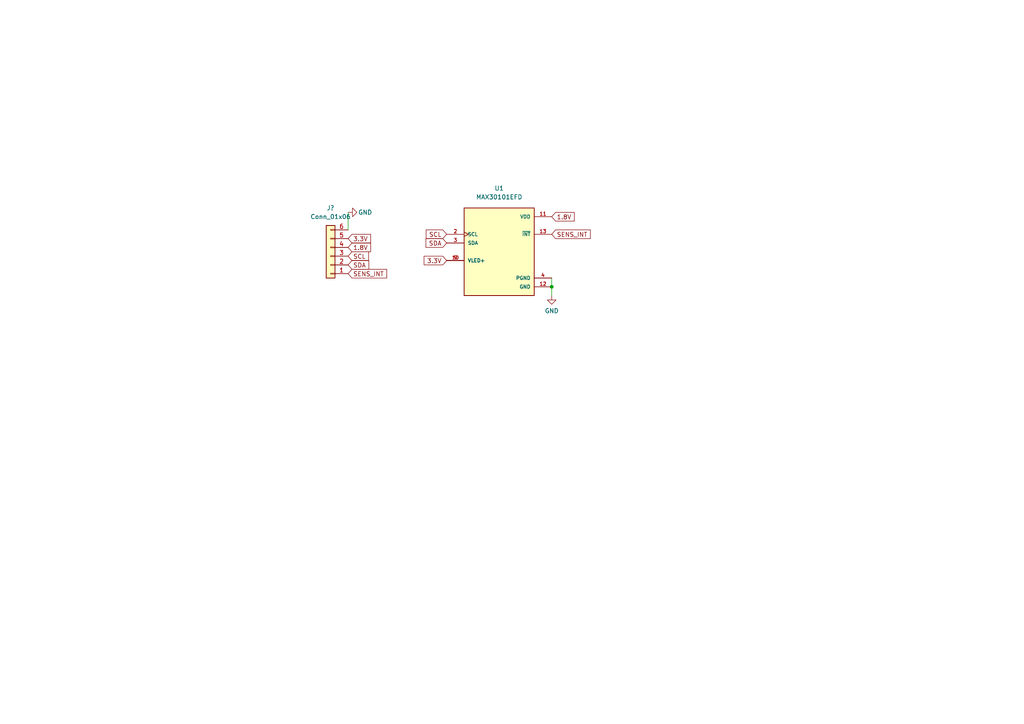
<source format=kicad_sch>
(kicad_sch (version 20211123) (generator eeschema)
  (paper "A4")
  (lib_symbols
    (symbol "Connector_Generic:Conn_01x06" (pin_names (offset 1.016) hide)
      (property "Reference" "J" (at 0 7.62 0))
      (property "Value" "Conn_01x06" (at 0 -10.16 0))
      (symbol "Conn_01x06_1_1"
        (rectangle (start -1.27 -7.493) (end 0 -7.747) (stroke (width 0.1524)))
        (rectangle (start -1.27 -4.953) (end 0 -5.207) (stroke (width 0.1524)))
        (rectangle (start -1.27 -2.413) (end 0 -2.667) (stroke (width 0.1524)))
        (rectangle (start -1.27 0.127) (end 0 -0.127) (stroke (width 0.1524)))
        (rectangle (start -1.27 2.667) (end 0 2.413) (stroke (width 0.1524)))
        (rectangle (start -1.27 5.207) (end 0 4.953) (stroke (width 0.1524)))
        (rectangle (start -1.27 6.35) (end 1.27 -8.89) (stroke (width 0.254)) (fill (type background)))
        (pin passive line (at -5.08 5.08 0) (length 3.81) (name "Pin_1") (number "1"))
        (pin passive line (at -5.08 2.54 0) (length 3.81) (name "Pin_2") (number "2"))
        (pin passive line (at -5.08 0 0) (length 3.81) (name "Pin_3") (number "3"))
        (pin passive line (at -5.08 -2.54 0) (length 3.81) (name "Pin_4") (number "4"))
        (pin passive line (at -5.08 -5.08 0) (length 3.81) (name "Pin_5") (number "5"))
        (pin passive line (at -5.08 -7.62 0) (length 3.81) (name "Pin_6") (number "6"))
      )
    )
    (symbol "power:GND" (power) (pin_names (offset 0))
      (property "Value" "GND" (at 0 -3.81 0))
      (symbol "GND_0_1"
        (polyline (pts (xy 0 0) (xy 0 -1.27) (xy 1.27 -1.27) (xy 0 -2.54) (xy -1.27 -1.27) (xy 0 -1.27)))
      )
      (symbol "GND_1_1"
        (pin power_in line (at 0 0 270) (length 0) hide (name "GND") (number "1"))
      )
    )
    (symbol "tegsense-libs:MAX30101EFD" (pin_names (offset 1.016))
      (property "Reference" "U" (at -10.16 12.7 0))
      (property "Value" "MAX30101EFD" (at -10.16 -15.24 0))
      (symbol "MAX30101EFD_0_0"
        (rectangle (start -10.16 -12.7) (end 10.16 12.7) (stroke (width 0.254)) (fill (type background)))
        (pin passive line (at -15.24 -2.54 0) (length 5.08) (name "VLED+") (number "10"))
        (pin power_in line (at 15.24 10.16 180) (length 5.08) (name "VDD") (number "11"))
        (pin power_in line (at 15.24 -10.16 180) (length 5.08) (name "GND") (number "12"))
        (pin output line (at 15.24 5.08 180) (length 5.08) (name "~{INT}") (number "13"))
        (pin input clock (at -15.24 5.08 0) (length 5.08) (name "SCL") (number "2"))
        (pin bidirectional line (at -15.24 2.54 0) (length 5.08) (name "SDA") (number "3"))
        (pin power_in line (at 15.24 -7.62 180) (length 5.08) (name "PGND") (number "4"))
        (pin passive line (at -15.24 -2.54 0) (length 5.08) (name "VLED+") (number "9"))
      )
    )
  )
  (junction (at 160.02 83.185))
  (wire (pts (xy 160.02 83.185) (xy 160.02 85.725)))
  (wire (pts (xy 100.965 61.595) (xy 100.965 66.675)))
  (wire (pts (xy 160.02 80.645) (xy 160.02 83.185)))
  (global_label "SENS_INT" (shape input) (at 100.965 79.375 0) (property "Intersheet References" "${INTERSHEET_REFS}" (effects hide)))
  (global_label "SDA" (shape input) (at 129.54 70.485 180) (property "Intersheet References" "${INTERSHEET_REFS}" (effects hide)))
  (global_label "SCL" (shape input) (at 100.965 74.295 0) (property "Intersheet References" "${INTERSHEET_REFS}" (effects hide)))
  (global_label "SENS_INT" (shape input) (at 160.02 67.945 0) (property "Intersheet References" "${INTERSHEET_REFS}" (effects hide)))
  (global_label "3.3V" (shape input) (at 129.54 75.565 180) (property "Intersheet References" "${INTERSHEET_REFS}" (effects hide)))
  (global_label "SDA" (shape input) (at 100.965 76.835 0) (property "Intersheet References" "${INTERSHEET_REFS}" (effects hide)))
  (global_label "3.3V" (shape input) (at 100.965 69.215 0) (property "Intersheet References" "${INTERSHEET_REFS}" (effects hide)))
  (global_label "SCL" (shape input) (at 129.54 67.945 180) (property "Intersheet References" "${INTERSHEET_REFS}" (effects hide)))
  (global_label "1.8V" (shape input) (at 100.965 71.755 0) (property "Intersheet References" "${INTERSHEET_REFS}" (effects hide)))
  (global_label "1.8V" (shape input) (at 160.02 62.865 0) (property "Intersheet References" "${INTERSHEET_REFS}" (effects hide)))
  (symbol (lib_id "power:GND") (at 100.965 61.595 90) (mirror x) (unit 1)
    (property "Reference" "#PWR0101" (effects hide))
    (property "Value" "GND" (at 107.95 61.595 90) (effects (justify left)))
  )
  (symbol (lib_id "power:GND") (at 160.02 85.725 0) (mirror y) (unit 1)
    (property "Reference" "#PWR0103" (effects hide))
    (property "Value" "GND" (at 160.02 90.17 0))
  )
  (symbol (lib_id "tegsense-libs:MAX30101EFD") (at 144.78 73.025 0) (unit 1)
    (property "Reference" "U1" (at 144.78 54.61 0))
    (property "Value" "MAX30101EFD" (at 144.78 57.15 0))
    (property "Footprint" "PSON80P560X330X165-14N" (effects hide))
    (property "PARTREV" "2" (effects hide))
    (property "MANUFACTURER" "Maxim Integrated" (effects hide))
    (property "STANDARD" "IPC7351B" (effects hide))
  )
  (symbol (lib_id "Connector_Generic:Conn_01x06") (at 95.885 74.295 180) (unit 1)
    (property "Reference" "J?" (at 95.885 60.325 0))
    (property "Value" "Conn_01x06" (at 95.885 62.865 0))
    (property "Footprint" "Connector_PinSocket_2.54mm:PinSocket_1x06_P2.54mm_Vertical" (effects hide))
  )
)
</source>
